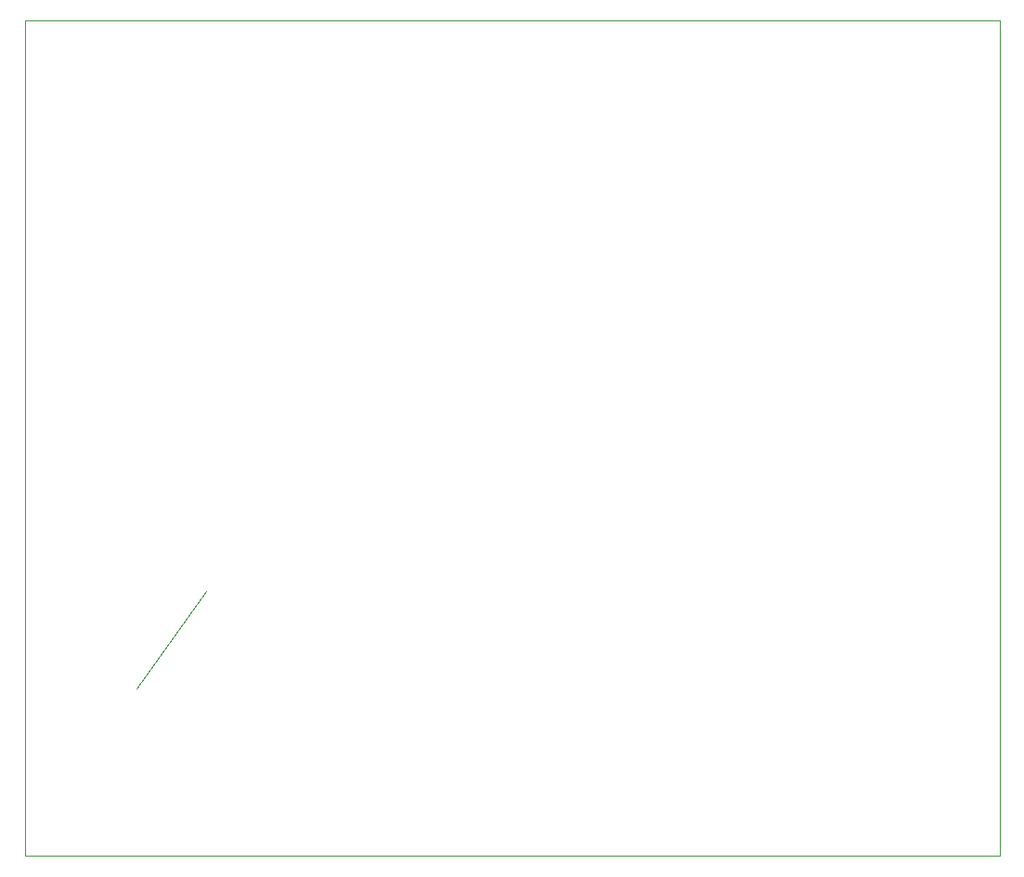
<source format=gm1>
G04 #@! TF.GenerationSoftware,KiCad,Pcbnew,(5.1.5)-3*
G04 #@! TF.CreationDate,2019-12-18T19:33:25+05:30*
G04 #@! TF.ProjectId,555_Badge,3535355f-4261-4646-9765-2e6b69636164,v01*
G04 #@! TF.SameCoordinates,Original*
G04 #@! TF.FileFunction,Profile,NP*
%FSLAX46Y46*%
G04 Gerber Fmt 4.6, Leading zero omitted, Abs format (unit mm)*
G04 Created by KiCad (PCBNEW (5.1.5)-3) date 2019-12-18 19:33:25*
%MOMM*%
%LPD*%
G04 APERTURE LIST*
%ADD10C,0.050000*%
G04 APERTURE END LIST*
D10*
X127000000Y-63500000D02*
X127000000Y-139700000D01*
X38100000Y-63500000D02*
X127000000Y-63500000D01*
X38100000Y-139700000D02*
X38100000Y-63500000D01*
X127000000Y-139700000D02*
X38100000Y-139700000D01*
X48260000Y-124460000D02*
X54610000Y-115570000D01*
M02*

</source>
